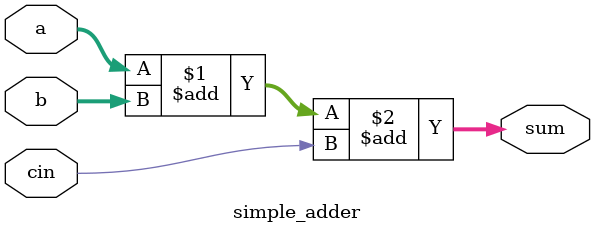
<source format=v>
module simple_adder(
    input [3:0] a,
    input [3:0] b,
    input cin,
    output [4:0] sum
);
    // Combinational adder with carry
    assign sum = a + b + cin;
    
    // Expected properties:
    // 1. sum >= a (overflow handling)
    // 2. sum >= b (overflow handling)
    // 3. sum == (a + b + cin) % 32 (modular arithmetic for 5-bit result)
endmodule
</source>
